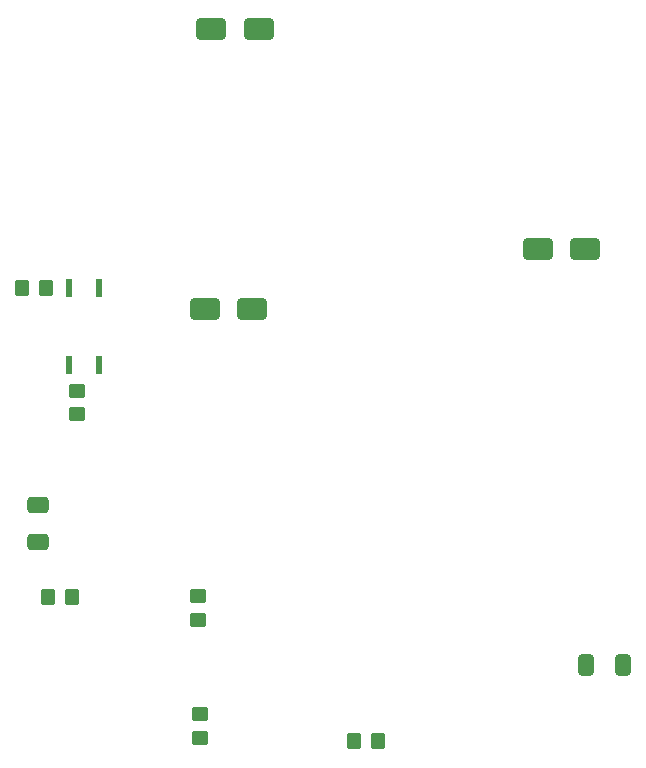
<source format=gbr>
G04 #@! TF.GenerationSoftware,KiCad,Pcbnew,7.0.9*
G04 #@! TF.CreationDate,2024-04-02T14:08:39+05:30*
G04 #@! TF.ProjectId,Chg_Dschg Controller,4368675f-4473-4636-9867-20436f6e7472,rev?*
G04 #@! TF.SameCoordinates,Original*
G04 #@! TF.FileFunction,Paste,Bot*
G04 #@! TF.FilePolarity,Positive*
%FSLAX45Y45*%
G04 Gerber Fmt 4.5, Leading zero omitted, Abs format (unit mm)*
G04 Created by KiCad (PCBNEW 7.0.9) date 2024-04-02 14:08:39*
%MOMM*%
%LPD*%
G01*
G04 APERTURE LIST*
G04 Aperture macros list*
%AMRoundRect*
0 Rectangle with rounded corners*
0 $1 Rounding radius*
0 $2 $3 $4 $5 $6 $7 $8 $9 X,Y pos of 4 corners*
0 Add a 4 corners polygon primitive as box body*
4,1,4,$2,$3,$4,$5,$6,$7,$8,$9,$2,$3,0*
0 Add four circle primitives for the rounded corners*
1,1,$1+$1,$2,$3*
1,1,$1+$1,$4,$5*
1,1,$1+$1,$6,$7*
1,1,$1+$1,$8,$9*
0 Add four rect primitives between the rounded corners*
20,1,$1+$1,$2,$3,$4,$5,0*
20,1,$1+$1,$4,$5,$6,$7,0*
20,1,$1+$1,$6,$7,$8,$9,0*
20,1,$1+$1,$8,$9,$2,$3,0*%
G04 Aperture macros list end*
%ADD10RoundRect,0.250000X0.450000X-0.350000X0.450000X0.350000X-0.450000X0.350000X-0.450000X-0.350000X0*%
%ADD11RoundRect,0.250000X0.650000X-0.412500X0.650000X0.412500X-0.650000X0.412500X-0.650000X-0.412500X0*%
%ADD12RoundRect,0.250000X0.350000X0.450000X-0.350000X0.450000X-0.350000X-0.450000X0.350000X-0.450000X0*%
%ADD13RoundRect,0.250000X-1.000000X-0.650000X1.000000X-0.650000X1.000000X0.650000X-1.000000X0.650000X0*%
%ADD14RoundRect,0.250000X1.000000X0.650000X-1.000000X0.650000X-1.000000X-0.650000X1.000000X-0.650000X0*%
%ADD15RoundRect,0.250000X0.412500X0.650000X-0.412500X0.650000X-0.412500X-0.650000X0.412500X-0.650000X0*%
%ADD16RoundRect,0.137500X-0.137500X0.662500X-0.137500X-0.662500X0.137500X-0.662500X0.137500X0.662500X0*%
G04 APERTURE END LIST*
D10*
G04 #@! TO.C,R7*
X6090000Y-9645000D03*
X6090000Y-9445000D03*
G04 #@! TD*
D11*
G04 #@! TO.C,C4*
X4720000Y-7986250D03*
X4720000Y-7673750D03*
G04 #@! TD*
D12*
G04 #@! TO.C,R5*
X7600000Y-9675000D03*
X7400000Y-9675000D03*
G04 #@! TD*
D10*
G04 #@! TO.C,R8*
X5050000Y-6905000D03*
X5050000Y-6705000D03*
G04 #@! TD*
D13*
G04 #@! TO.C,D1*
X6190000Y-3643500D03*
X6590000Y-3643500D03*
G04 #@! TD*
D14*
G04 #@! TO.C,D4*
X9355000Y-5505000D03*
X8955000Y-5505000D03*
G04 #@! TD*
D10*
G04 #@! TO.C,R2*
X6080000Y-8645000D03*
X6080000Y-8445000D03*
G04 #@! TD*
D13*
G04 #@! TO.C,D3*
X6135000Y-6015000D03*
X6535000Y-6015000D03*
G04 #@! TD*
D15*
G04 #@! TO.C,C5*
X9676250Y-9030000D03*
X9363750Y-9030000D03*
G04 #@! TD*
D12*
G04 #@! TO.C,R3*
X5010000Y-8455000D03*
X4810000Y-8455000D03*
G04 #@! TD*
D16*
G04 #@! TO.C,U1*
X4988000Y-5835000D03*
X5242000Y-5835000D03*
X5242000Y-6485000D03*
X4988000Y-6485000D03*
G04 #@! TD*
D12*
G04 #@! TO.C,R1*
X4790000Y-5835000D03*
X4590000Y-5835000D03*
G04 #@! TD*
M02*

</source>
